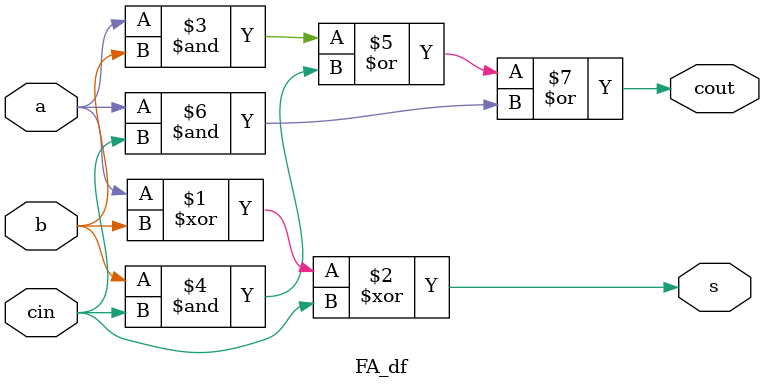
<source format=v>
`timescale 1ns / 1ps

module mult_approx_8(
input [7:0]a, b,
output [15:0]p
    );
    
    wire [28:1]s,c;
    
    //Approximate part
    assign p[0]=(a[0]&b[0]);
    assign p[1]=(a[1]&b[0])|(a[0]&b[1]);
    assign p[2]=(a[2]&b[0])|(a[1]&b[1])|(a[0]&b[2]);
    assign p[3]=(a[3]&b[0])|(a[2]&b[1])|(a[1]&b[2])|(a[0]&b[3]);
    assign p[4]=(a[4]&b[0])|(a[3]&b[1])|(a[2]&b[2])|(a[1]&b[3])|(a[0]&b[4]);
    assign p[5]=(a[5]&b[0])|(a[4]&b[1])|(a[3]&b[2])|(a[2]&b[3])|(a[1]&b[4])|(a[0]&b[5]);
    assign p[6]=(a[6]&b[0])|(a[5]&b[1])|(a[4]&b[2])|(a[3]&b[3])|(a[2]&b[4])|(a[1]&b[5])|(a[0]&b[6]);
    
    
    //Accurate part
    FA_df f1((a[7]&b[0]), (a[6]&b[1]), (a[5]&b[2]), s[1], c[1]);
    FA_df f2((a[4]&b[3]), (a[3]&b[4]), (a[2]&b[5]), s[2], c[2]);
    HA_df h1((a[1]&b[6]), (a[0]&b[7]), s[3], c[3]);
    FA_df f3((a[7]&b[1]), (a[6]&b[2]), (a[5]&b[3]), s[4], c[4]);
    FA_df f4((a[4]&b[4]), (a[3]&b[5]), (a[2]&b[6]), s[5], c[5]);
    FA_df f5((a[7]&b[2]), (a[6]&b[3]), (a[5]&b[4]), s[6], c[6]);
    FA_df f6((a[4]&b[5]), (a[3]&b[6]), (a[2]&b[7]), s[7], c[7]);
    FA_df f7((a[7]&b[3]), (a[6]&b[4]), (a[5]&b[5]), s[8], c[8]);
    HA_df h2((a[4]&b[6]), (a[3]&b[7]), s[9], c[9]);
    FA_df f8((a[7]&b[4]), (a[6]&b[5]), (a[5]&b[6]), s[10], c[10]);
    FA_df f9((a[7]&b[5]), (a[6]&b[6]), (a[5]&b[7]), s[11], c[11]);
    HA_df h3((a[7]&b[6]), (a[6]&b[7]), s[12], c[12]);
    FA_df f10(s[1], s[2], s[3], s[13], c[13]);
    FA_df f11(s[4], s[5], (a[1]&b[7]), s[14], c[14]);
    FA_df f12(c[1], c[2], c[3], s[15], c[15]);
    FA_df f13(s[6], s[7], c[4], s[16], c[16]);
    FA_df f14(s[8], s[9], c[6], s[17], c[17]);
    FA_df f15(s[10], (a[4]&b[7]), c[8], s[18], c[18]);
    FA_df f16(s[14], s[15], c[13], s[19], c[19]);
    FA_df f17(s[16], c[5], c[14], s[20], c[20]);
    FA_df f18(s[17], c[7], c[16], s[21], c[21]);
    FA_df f19(s[18], c[9], c[17], s[22], c[22]);
    FA_df f20(s[20], c[15], c[19], s[23], c[23]);
    FA_df f21(s[21], c[20], c[23], s[24], c[24]);
    FA_df f22(s[22], c[21], c[24], s[25], c[25]);
    FA_df f23(s[11], c[10], c[25], s[26], c[26]);
    FA_df f24(s[12], c[11], c[26], s[27], c[27]);
    HA_df h4((a[7]&b[7]), c[27], s[28], c[28]);
    
    assign p[7]=s[13];
    assign p[8]=s[19];
    assign p[9]=s[23];
    assign p[10]=s[24];
    assign p[11]=s[25];
    assign p[12]=s[26];
    assign p[13]=s[27];
    assign p[14]=s[28];
    assign p[15]=c[28];
    
    
endmodule

module HA_df(
input a,b,
output s,c
);
assign s=a^b;
assign c=a&b;
endmodule

module FA_df(
input a,b,cin,
output s,cout
);
assign s=a^b^cin;
assign cout=(a&b)|(b&cin)|(a&cin);
endmodule


</source>
